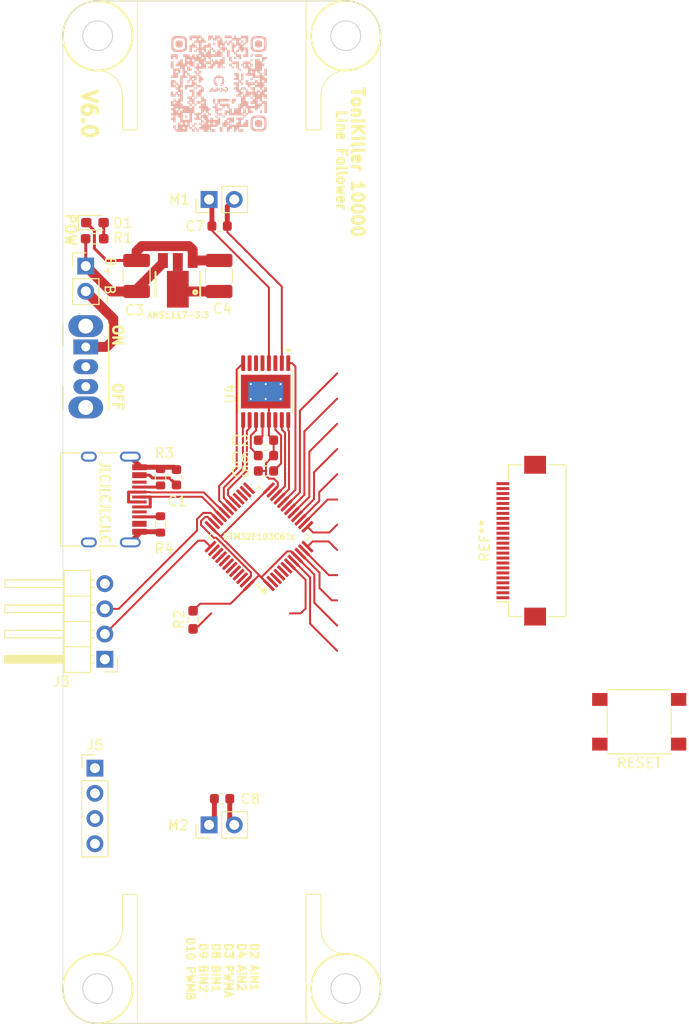
<source format=kicad_pcb>
(kicad_pcb (version 20240108) (generator "pcbnew") (generator_version "8.0")
  (layers (0 "F.Cu" signal) (31 "B.Cu" signal) (34 "B.Paste" user) (35 "F.Paste" user) (36 "B.SilkS" user "B.Silkscreen") (37 "F.SilkS" user "F.Silkscreen") (38 "B.Mask" user) (39 "F.Mask" user) (44 "Edge.Cuts" user))
  (net 0 "")
  (net 1 "+BATT")
  (net 2 "GND")
  (net 3 "+3.3V")
  (net 4 "Net-(J1-Pin_2)")
  (net 5 "Sensor2")
  (net 6 "Sensor3")
  (net 7 "Sensor0")
  (net 8 "Sensor6")
  (net 9 "Sensor5")
  (net 10 "Sensor7")
  (net 11 "Sensor4")
  (net 12 "Sensor1")
  (net 13 "Net-(M1-+)")
  (net 14 "Net-(M1--)")
  (net 15 "Net-(M2-+)")
  (net 16 "Net-(M2--)")
  (net 17 "Net-(D1-A)")
  (net 18 "Net-(U1-NRST)")
  (net 22 "~{STBY}")
  (net 23 "Net-(U4-VINT)")
  (net 25 "AIN2")
  (net 26 "USB_D+")
  (net 27 "Sensor8")
  (net 28 "Sensor9")
  (net 31 "Fault")
  (net 36 "USB_D-")
  (net 39 "SWCLK")
  (net 41 "Net-(U4-VCP)")
  (net 44 "SWDIO")
  (net 45 "BIN2")
  (net 48 "BIN1")
  (net 49 "AIN1")
  (net 51 "KillSW")
  (net 53 "StartSW")
  (net 54 "VBUS")
  (net 55 "Net-(J2-CC1)")
  (net 56 "Net-(J2-CC2)")
  (net 60 "+3V3")
  (net 61 "Net-(SW3-B)")
  (footprint "Capacitor_SMD:C_0603_1608Metric" (layer "F.Cu") (at 109.8 64.675 180)
    (property "Reference" "C7" (at 2.5 -0.015 0) (layer "F.SilkS"))
    (property "Value" "1uF")
    (pad "1" smd roundrect (at -0.775 0 180) (size 0.9 0.95) (layers "F.Cu" "F.Paste" "F.Mask") (net 14 "Net-(M1--)"))
    (pad "2" smd roundrect (at 0.775 0 180) (size 0.9 0.95) (layers "F.Cu" "F.Paste" "F.Mask") (net 13 "Net-(M1-+)"))
  )
  (footprint "Capacitor_SMD:C_0603_1608Metric" (layer "F.Cu") (at 114.475 87.8)
    (property "Reference" "C6" (at -2.575 0.225 0) (layer "F.SilkS"))
    (property "Value" "10nF")
    (pad "1" smd roundrect (at -0.775 0) (size 0.9 0.95) (layers "F.Cu" "F.Paste" "F.Mask") (net 41 "Net-(U4-VCP)"))
    (pad "2" smd roundrect (at 0.775 0) (size 0.9 0.95) (layers "F.Cu" "F.Paste" "F.Mask") (net 2 "GND"))
  )
  (footprint "Connector_PinHeader_2.54mm:PinHeader_1x02_P2.54mm_Vertical" (layer "F.Cu") (at 96.3 68.7)
    (property "Reference" "J1" (hide yes))
    (property "Value" "BAT")
    (pad "1" thru_hole rect (at 0 0) (size 1.7 1.7) (drill 1) (layers "*.Cu" "*.Mask") (net 1 "+BATT"))
    (pad "2" thru_hole oval (at 0 2.54) (size 1.7 1.7) (drill 1) (layers "*.Cu" "*.Mask") (net 4 "Net-(J1-Pin_2)"))
  )
  (footprint "Button_Switch_THT:SW_CuK_OS102011MA1QN1_SPDT_Angled" (layer "F.Cu") (at 96.3 76.85 -90)
    (property "Reference" "SW1" (hide yes))
    (property "Value" "SW_SPDT" (hide yes))
    (pad "" thru_hole oval (at -2.1 0 270) (size 2.2 3.5) (drill 1.5) (layers "*.Cu" "*.Mask"))
    (pad "" thru_hole oval (at 6.1 0 270) (size 2.2 3.5) (drill 1.5) (layers "*.Cu" "*.Mask"))
    (pad "1" thru_hole rect (at 0 0 270) (size 1.5 2.5) (drill 0.9) (layers "*.Cu" "*.Mask") (net 4 "Net-(J1-Pin_2)"))
    (pad "2" thru_hole oval (at 2 0 270) (size 1.5 2.5) (drill 0.9) (layers "*.Cu" "*.Mask") (net 2 "GND"))
    (pad "3" thru_hole oval (at 4 0 270) (size 1.5 2.5) (drill 0.9) (layers "*.Cu" "*.Mask"))
  )
  (footprint "Connector_PinHeader_2.54mm:PinHeader_1x02_P2.54mm_Vertical" (layer "F.Cu") (at 108.7375 61.99 90)
    (property "Reference" "M1" (at 0 -2.9875 180) (layer "F.SilkS"))
    (property "Value" "Motor_DC")
    (pad "1" thru_hole rect (at 0 0 90) (size 1.7 1.7) (drill 1) (layers "*.Cu" "*.Mask") (net 13 "Net-(M1-+)"))
    (pad "2" thru_hole oval (at 0 2.54 90) (size 1.7 1.7) (drill 1) (layers "*.Cu" "*.Mask") (net 14 "Net-(M1--)"))
  )
  (footprint "Resistor_SMD:R_0603_1608Metric_Pad0.98x0.95mm_HandSolder" (layer "F.Cu") (at 97.2 65.95 180)
    (property "Reference" "R1" (at -2.85 0.1 0) (layer "F.SilkS"))
    (property "Value" "1K")
    (pad "1" smd roundrect (at -0.9125 0 180) (size 0.975 0.95) (layers "F.Cu" "F.Paste" "F.Mask") (net 17 "Net-(D1-A)"))
    (pad "2" smd roundrect (at 0.9125 0 180) (size 0.975 0.95) (layers "F.Cu" "F.Paste" "F.Mask") (net 1 "+BATT"))
  )
  (footprint "Resistor_SMD:R_0603_1608Metric_Pad0.98x0.95mm_HandSolder" (layer "F.Cu") (at 107.125 104.35 90)
    (property "Reference" "R2" (at 0.05 -1.4 90) (layer "F.SilkS"))
    (property "Value" "10K")
    (pad "1" smd roundrect (at -0.9125 0 90) (size 0.975 0.95) (layers "F.Cu" "F.Paste" "F.Mask") (net 18 "Net-(U1-NRST)"))
    (pad "2" smd roundrect (at 0.9125 0 90) (size 0.975 0.95) (layers "F.Cu" "F.Paste" "F.Mask") (net 3 "+3.3V"))
  )
  (footprint "Button_Switch_SMD:SW_Push_1P1T_NO_6x6mm_H9.5mm" (layer "F.Cu") (at 152.125 114.625)
    (property "Reference" "SW2" (hide yes))
    (property "Value" "RESET" (at 0 4.15 0) (layer "F.SilkS"))
    (pad "1" smd rect (at -3.975 -2.25) (size 1.55 1.3) (layers "F.Cu" "F.Paste" "F.Mask") (net 18 "Net-(U1-NRST)"))
    (pad "1" smd rect (at 3.975 -2.25) (size 1.55 1.3) (layers "F.Cu" "F.Paste" "F.Mask") (net 18 "Net-(U1-NRST)"))
    (pad "2" smd rect (at -3.975 2.25) (size 1.55 1.3) (layers "F.Cu" "F.Paste" "F.Mask") (net 2 "GND"))
    (pad "2" smd rect (at 3.975 2.25) (size 1.55 1.3) (layers "F.Cu" "F.Paste" "F.Mask") (net 2 "GND"))
  )
  (footprint "Capacitor_SMD:C_0603_1608Metric" (layer "F.Cu") (at 110.05 122.375 180)
    (property "Reference" "C8" (at -2.85 -0.025 0) (layer "F.SilkS"))
    (property "Value" "1uF")
    (pad "1" smd roundrect (at -0.775 0 180) (size 0.9 0.95) (layers "F.Cu" "F.Paste" "F.Mask") (net 16 "Net-(M2--)"))
    (pad "2" smd roundrect (at 0.775 0 180) (size 0.9 0.95) (layers "F.Cu" "F.Paste" "F.Mask") (net 15 "Net-(M2-+)"))
  )
  (footprint "Resistor_SMD:R_0603_1608Metric" (layer "F.Cu") (at 103.845 89.985 90)
    (property "Reference" "R3" (at 2.44 0.39 0) (layer "F.SilkS"))
    (property "Value" "5K1")
    (pad "1" smd roundrect (at -0.825 0 90) (size 0.8 0.95) (layers "F.Cu" "F.Paste" "F.Mask") (net 55 "Net-(J2-CC1)"))
    (pad "2" smd roundrect (at 0.825 0 90) (size 0.8 0.95) (layers "F.Cu" "F.Paste" "F.Mask") (net 2 "GND"))
  )
  (footprint "Capacitor_SMD:C_0603_1608Metric" (layer "F.Cu") (at 114.475 86.25)
    (property "Reference" "C2" (at -2.575 0.075 0) (layer "F.SilkS"))
    (property "Value" "10uF")
    (pad "1" smd roundrect (at -0.775 0) (size 0.9 0.95) (layers "F.Cu" "F.Paste" "F.Mask") (net 1 "+BATT"))
    (pad "2" smd roundrect (at 0.775 0) (size 0.9 0.95) (layers "F.Cu" "F.Paste" "F.Mask") (net 2 "GND"))
  )
  (footprint "Package_QFP:LQFP-48_7x7mm_P0.5mm" (layer "F.Cu") (at 113.772785 95.976949 135)
    (property "Reference" "U1" (hide yes))
    (property "Value" "STM32F103C6Tx" (at 0 0 180) (layer "F.SilkS") (effects (font (size 0.6 0.6) (thickness 0.15) (bold yes))))
    (pad "1" smd roundrect (at -4.1625 -2.75 135) (size 1.475 0.3) (layers "F.Cu" "F.Paste" "F.Mask") (net 3 "+3.3V"))
    (pad "2" smd roundrect (at -4.1625 -2.25 135) (size 1.475 0.3) (layers "F.Cu" "F.Paste" "F.Mask"))
    (pad "3" smd roundrect (at -4.1625 -1.75 135) (size 1.475 0.3) (layers "F.Cu" "F.Paste" "F.Mask"))
    (pad "4" smd roundrect (at -4.1625 -1.249999 135) (size 1.475 0.3) (layers "F.Cu" "F.Paste" "F.Mask"))
    (pad "5" smd roundrect (at -4.1625 -0.75 135) (size 1.475 0.3) (layers "F.Cu" "F.Paste" "F.Mask"))
    (pad "6" smd roundrect (at -4.1625 -0.25 135) (size 1.475 0.3) (layers "F.Cu" "F.Paste" "F.Mask"))
    (pad "7" smd roundrect (at -4.1625 0.25 135) (size 1.475 0.3) (layers "F.Cu" "F.Paste" "F.Mask") (net 18 "Net-(U1-NRST)"))
    (pad "8" smd roundrect (at -4.1625 0.75 135) (size 1.475 0.3) (layers "F.Cu" "F.Paste" "F.Mask") (net 2 "GND"))
    (pad "9" smd roundrect (at -4.1625 1.249999 135) (size 1.475 0.3) (layers "F.Cu" "F.Paste" "F.Mask") (net 3 "+3.3V"))
    (pad "10" smd roundrect (at -4.1625 1.75 135) (size 1.475 0.3) (layers "F.Cu" "F.Paste" "F.Mask") (net 28 "Sensor9"))
    (pad "11" smd roundrect (at -4.1625 2.25 135) (size 1.475 0.3) (layers "F.Cu" "F.Paste" "F.Mask") (net 27 "Sensor8"))
    (pad "12" smd roundrect (at -4.1625 2.75 135) (size 1.475 0.3) (layers "F.Cu" "F.Paste" "F.Mask") (net 10 "Sensor7"))
    (pad "13" smd roundrect (at -2.75 4.1625 135) (size 0.3 1.475) (layers "F.Cu" "F.Paste" "F.Mask") (net 8 "Sensor6"))
    (pad "14" smd roundrect (at -2.25 4.1625 135) (size 0.3 1.475) (layers "F.Cu" "F.Paste" "F.Mask") (net 9 "Sensor5"))
    (pad "15" smd roundrect (at -1.75 4.1625 135) (size 0.3 1.475) (layers "F.Cu" "F.Paste" "F.Mask") (net 11 "Sensor4"))
    (pad "16" smd roundrect (at -1.249999 4.1625 135) (size 0.3 1.475) (layers "F.Cu" "F.Paste" "F.Mask") (net 6 "Sensor3"))
    (pad "17" smd roundrect (at -0.75 4.1625 135) (size 0.3 1.475) (layers "F.Cu" "F.Paste" "F.Mask") (net 5 "Sensor2"))
    (pad "18" smd roundrect (at -0.25 4.1625 135) (size 0.3 1.475) (layers "F.Cu" "F.Paste" "F.Mask") (net 12 "Sensor1"))
    (pad "19" smd roundrect (at 0.25 4.1625 135) (size 0.3 1.475) (layers "F.Cu" "F.Paste" "F.Mask") (net 7 "Sensor0"))
    (pad "20" smd roundrect (at 0.75 4.1625 135) (size 0.3 1.475) (layers "F.Cu" "F.Paste" "F.Mask") (net 22 "~{STBY}"))
    (pad "21" smd roundrect (at 1.249999 4.1625 135) (size 0.3 1.475) (layers "F.Cu" "F.Paste" "F.Mask") (net 49 "AIN1"))
    (pad "22" smd roundrect (at 1.75 4.1625 135) (size 0.3 1.475) (layers "F.Cu" "F.Paste" "F.Mask") (net 25 "AIN2"))
    (pad "23" smd roundrect (at 2.25 4.1625 135) (size 0.3 1.475) (layers "F.Cu" "F.Paste" "F.Mask") (net 2 "GND"))
    (pad "24" smd roundrect (at 2.75 4.1625 135) (size 0.3 1.475) (layers "F.Cu" "F.Paste" "F.Mask") (net 3 "+3.3V"))
    (pad "25" smd roundrect (at 4.1625 2.75 135) (size 1.475 0.3) (layers "F.Cu" "F.Paste" "F.Mask"))
    (pad "26" smd roundrect (at 4.1625 2.25 135) (size 1.475 0.3) (layers "F.Cu" "F.Paste" "F.Mask"))
    (pad "27" smd roundrect (at 4.1625 1.75 135) (size 1.475 0.3) (layers "F.Cu" "F.Paste" "F.Mask"))
    (pad "28" smd roundrect (at 4.1625 1.249999 135) (size 1.475 0.3) (layers "F.Cu" "F.Paste" "F.Mask"))
    (pad "29" smd roundrect (at 4.1625 0.75 135) (size 1.475 0.3) (layers "F.Cu" "F.Paste" "F.Mask") (net 45 "BIN2"))
    (pad "30" smd roundrect (at 4.1625 0.25 135) (size 1.475 0.3) (layers "F.Cu" "F.Paste" "F.Mask") (net 48 "BIN1"))
    (pad "31" smd roundrect (at 4.1625 -0.25 135) (size 1.475 0.3) (layers "F.Cu" "F.Paste" "F.Mask") (net 31 "Fault"))
    (pad "32" smd roundrect (at 4.1625 -0.75 135) (size 1.475 0.3) (layers "F.Cu" "F.Paste" "F.Mask") (net 36 "USB_D-"))
    (pad "33" smd roundrect (at 4.1625 -1.249999 135) (size 1.475 0.3) (layers "F.Cu" "F.Paste" "F.Mask") (net 26 "USB_D+"))
    (pad "34" smd roundrect (at 4.1625 -1.75 135) (size 1.475 0.3) (layers "F.Cu" "F.Paste" "F.Mask") (net 44 "SWDIO"))
    (pad "35" smd roundrect (at 4.1625 -2.25 135) (size 1.475 0.3) (layers "F.Cu" "F.Paste" "F.Mask") (net 2 "GND"))
    (pad "36" smd roundrect (at 4.1625 -2.75 135) (size 1.475 0.3) (layers "F.Cu" "F.Paste" "F.Mask") (net 3 "+3.3V"))
    (pad "37" smd roundrect (at 2.75 -4.1625 135) (size 0.3 1.475) (layers "F.Cu" "F.Paste" "F.Mask") (net 39 "SWCLK"))
    (pad "38" smd roundrect (at 2.25 -4.1625 135) (size 0.3 1.475) (layers "F.Cu" "F.Paste" "F.Mask"))
    (pad "39" smd roundrect (at 1.75 -4.1625 135) (size 0.3 1.475) (layers "F.Cu" "F.Paste" "F.Mask"))
    (pad "40" smd roundrect (at 1.249999 -4.1625 135) (size 0.3 1.475) (layers "F.Cu" "F.Paste" "F.Mask"))
    (pad "41" smd roundrect (at 0.75 -4.1625 135) (size 0.3 1.475) (layers "F.Cu" "F.Paste" "F.Mask"))
    (pad "42" smd roundrect (at 0.25 -4.1625 135) (size 0.3 1.475) (layers "F.Cu" "F.Paste" "F.Mask"))
    (pad "43" smd roundrect (at -0.25 -4.1625 135) (size 0.3 1.475) (layers "F.Cu" "F.Paste" "F.Mask"))
    (pad "44" smd roundrect (at -0.75 -4.1625 135) (size 0.3 1.475) (layers "F.Cu" "F.Paste" "F.Mask") (net 61 "Net-(SW3-B)"))
    (pad "45" smd roundrect (at -1.249999 -4.1625 135) (size 0.3 1.475) (layers "F.Cu" "F.Paste" "F.Mask"))
    (pad "46" smd roundrect (at -1.75 -4.1625 135) (size 0.3 1.475) (layers "F.Cu" "F.Paste" "F.Mask"))
    (pad "47" smd roundrect (at -2.25 -4.1625 135) (size 0.3 1.475) (layers "F.Cu" "F.Paste" "F.Mask") (net 2 "GND"))
    (pad "48" smd roundrect (at -2.75 -4.1625 135) (size 0.3 1.475) (layers "F.Cu" "F.Paste" "F.Mask") (net 3 "+3.3V"))
  )
  (footprint "Capacitor_SMD:C_0603_1608Metric" (layer "F.Cu") (at 105.445 89.985 90)
    (property "Reference" "C1" (at -2.415 0.08 0) (layer "F.SilkS"))
    (property "Value" "10uF")
    (pad "1" smd roundrect (at -0.775 0 90) (size 0.9 0.95) (layers "F.Cu" "F.Paste" "F.Mask") (net 54 "VBUS"))
    (pad "2" smd roundrect (at 0.775 0 90) (size 0.9 0.95) (layers "F.Cu" "F.Paste" "F.Mask") (net 2 "GND"))
  )
  (footprint "78L05:PK(R-PSSO-F3)" (layer "F.Cu") (at 105.585 71.79 180)
    (property "Reference" "U3" (hide yes))
    (property "Value" "AMS1117-3.3" (at -0.015 -1.86 0) (layer "F.SilkS") (effects (font (size 0.6 0.6))))
    (pad "1" smd rect (at -1.5 3.65 180) (size 1 1.5) (layers "F.Cu" "F.Paste" "F.Mask") (net 2 "GND"))
    (pad "2" smd rect (at 0 0.75 180) (size 2.2 3.7) (layers "F.Cu" "F.Paste" "F.Mask") (net 3 "+3.3V"))
    (pad "2" smd rect (at 0 3.5 180) (size 1 1.8) (layers "F.Cu" "F.Paste" "F.Mask") (net 3 "+3.3V"))
    (pad "3" smd rect (at 1.5 3.65 180) (size 1 1.5) (layers "F.Cu" "F.Paste" "F.Mask") (net 1 "+BATT"))
  )
  (footprint "Package_SO:HTSSOP-16-1EP_4.4x5mm_P0.65mm_EP3.4x5mm_Mask2.46x2.31mm_ThermalVias" (layer "F.Cu") (at 114.45 81.35 -90)
    (property "Reference" "U4" (at 0.25 3.55 90) (layer "F.SilkS"))
    (property "Value" "DRV8833PWP")
    (pad "1" smd roundrect (at -2.8625 -2.275 270) (size 1.575 0.4) (layers "F.Cu" "F.Paste" "F.Mask") (net 22 "~{STBY}"))
    (pad "2" smd roundrect (at -2.8625 -1.625 270) (size 1.575 0.4) (layers "F.Cu" "F.Paste" "F.Mask") (net 14 "Net-(M1--)"))
    (pad "3" smd roundrect (at -2.8625 -0.975 270) (size 1.575 0.4) (layers "F.Cu" "F.Paste" "F.Mask"))
    (pad "4" smd roundrect (at -2.8625 -0.325 270) (size 1.575 0.4) (layers "F.Cu" "F.Paste" "F.Mask") (net 13 "Net-(M1-+)"))
    (pad "5" smd roundrect (at -2.8625 0.325 270) (size 1.575 0.4) (layers "F.Cu" "F.Paste" "F.Mask") (net 15 "Net-(M2-+)"))
    (pad "6" smd roundrect (at -2.8625 0.975 270) (size 1.575 0.4) (layers "F.Cu" "F.Paste" "F.Mask"))
    (pad "7" smd roundrect (at -2.8625 1.625 270) (size 1.575 0.4) (layers "F.Cu" "F.Paste" "F.Mask") (net 16 "Net-(M2--)"))
    (pad "8" smd roundrect (at -2.8625 2.275 270) (size 1.575 0.4) (layers "F.Cu" "F.Paste" "F.Mask") (net 31 "Fault"))
    (pad "9" smd roundrect (at 2.8625 2.275 270) (size 1.575 0.4) (layers "F.Cu" "F.Paste" "F.Mask") (net 48 "BIN1"))
    (pad "10" smd roundrect (at 2.8625 1.625 270) (size 1.575 0.4) (layers "F.Cu" "F.Paste" "F.Mask") (net 45 "BIN2"))
    (pad "11" smd roundrect (at 2.8625 0.975 270) (size 1.575 0.4) (layers "F.Cu" "F.Paste" "F.Mask") (net 41 "Net-(U4-VCP)"))
    (pad "12" smd roundrect (at 2.8625 0.325 270) (size 1.575 0.4) (layers "F.Cu" "F.Paste" "F.Mask") (net 1 "+BATT"))
    (pad "13" smd roundrect (at 2.8625 -0.325 270) (size 1.575 0.4) (layers "F.Cu" "F.Paste" "F.Mask") (net 2 "GND"))
    (pad "14" smd roundrect (at 2.8625 -0.975 270) (size 1.575 0.4) (layers "F.Cu" "F.Paste" "F.Mask") (net 23 "Net-(U4-VINT)"))
    (pad "15" smd roundrect (at 2.8625 -1.625 270) (size 1.575 0.4) (layers "F.Cu" "F.Paste" "F.Mask") (net 25 "AIN2"))
    (pad "16" smd roundrect (at 2.8625 -2.275 270) (size 1.575 0.4) (layers "F.Cu" "F.Paste" "F.Mask") (net 49 "AIN1"))
    (pad "17" thru_hole circle (at -0.75 -1.5 270) (size 0.5 0.5) (drill 0.2) (property pad_prop_heatsink) (layers "*.Cu") (net 2 "GND"))
    (pad "17" thru_hole circle (at -0.75 0 270) (size 0.5 0.5) (drill 0.2) (property pad_prop_heatsink) (layers "*.Cu") (net 2 "GND"))
    (pad "17" thru_hole circle (at -0.75 1.5 270) (size 0.5 0.5) (drill 0.2) (property pad_prop_heatsink) (layers "*.Cu") (net 2 "GND"))
    (pad "17" smd rect (at 0 0 270) (size 2 3.5) (property pad_prop_heatsink) (layers "B.Cu") (net 2 "GND"))
    (pad "17" smd rect (at 0 0 270) (size 3.4 5) (property pad_prop_heatsink) (layers "F.Cu") (net 2 "GND"))
    (pad "17" thru_hole circle (at 0.75 -1.5 270) (size 0.5 0.5) (drill 0.2) (property pad_prop_heatsink) (layers "*.Cu") (net 2 "GND"))
    (pad "17" thru_hole circle (at 0.75 0 270) (size 0.5 0.5) (drill 0.2) (property pad_prop_heatsink) (layers "*.Cu") (net 2 "GND"))
    (pad "17" thru_hole circle (at 0.75 1.5 270) (size 0.5 0.5) (drill 0.2) (property pad_prop_heatsink) (layers "*.Cu") (net 2 "GND"))
  )
  (footprint "Capacitor_SMD:C_1210_3225Metric_Pad1.33x2.70mm_HandSolder" (layer "F.Cu") (at 109.745 69.7 90)
    (property "Reference" "C4" (at -3.3 0.355 180) (layer "F.SilkS"))
    (property "Value" "100uF")
    (pad "1" smd roundrect (at -1.5625 0 90) (size 1.325 2.7) (layers "F.Cu" "F.Paste" "F.Mask") (roundrect_rratio 0.188679) (net 3 "+3.3V"))
    (pad "2" smd roundrect (at 1.5625 0 90) (size 1.325 2.7) (layers "F.Cu" "F.Paste" "F.Mask") (roundrect_rratio 0.188679) (net 2 "GND"))
  )
  (footprint "Capacitor_SMD:C_1210_3225Metric_Pad1.33x2.70mm_HandSolder" (layer "F.Cu") (at 101.425 69.7 90)
    (property "Reference" "C3" (at -3.45 -0.2 180) (layer "F.SilkS"))
    (property "Value" "100uF")
    (pad "1" smd roundrect (at -1.5625 0 90) (size 1.325 2.7) (layers "F.Cu" "F.Paste" "F.Mask") (roundrect_rratio 0.188679) (net 1 "+BATT"))
    (pad "2" smd roundrect (at 1.5625 0 90) (size 1.325 2.7) (layers "F.Cu" "F.Paste" "F.Mask") (roundrect_rratio 0.188679) (net 2 "GND"))
  )
  (footprint "Connector_PinHeader_2.54mm:PinHeader_1x04_P2.54mm_Horizontal" (layer "F.Cu") (at 98.225 108.325 180)
    (property "Reference" "J3" (at 4.385 -2.27 0) (layer "F.SilkS"))
    (property "Value" "Debug")
    (pad "1" thru_hole rect (at 0 0 180) (size 1.7 1.7) (drill 1) (layers "*.Cu" "*.Mask") (net 2 "GND"))
    (pad "2" thru_hole oval (at 0 2.54 180) (size 1.7 1.7) (drill 1) (layers "*.Cu" "*.Mask") (net 39 "SWCLK"))
    (pad "3" thru_hole oval (at 0 5.08 180) (size 1.7 1.7) (drill 1) (layers "*.Cu" "*.Mask") (net 44 "SWDIO"))
    (pad "4" thru_hole oval (at 0 7.62 180) (size 1.7 1.7) (drill 1) (layers "*.Cu" "*.Mask") (net 60 "+3V3"))
  )
  (footprint "Resistor_SMD:R_0603_1608Metric" (layer "F.Cu") (at 103.835 94.735 -90)
    (property "Reference" "R4" (at 2.44 -0.365 0) (layer "F.SilkS"))
    (property "Value" "5K1")
    (pad "1" smd roundrect (at -0.825 0 270) (size 0.8 0.95) (layers "F.Cu" "F.Paste" "F.Mask") (net 56 "Net-(J2-CC2)"))
    (pad "2" smd roundrect (at 0.825 0 270) (size 0.8 0.95) (layers "F.Cu" "F.Paste" "F.Mask") (net 2 "GND"))
  )
  (footprint "LED_SMD:LED_0603_1608Metric_Pad1.05x0.95mm_HandSolder" (layer "F.Cu") (at 97.225 64.325)
    (property "Reference" "D1" (at 2.8 0.025 0) (layer "F.SilkS"))
    (property "Value" "POW")
    (pad "1" smd roundrect (at -0.875 0) (size 1.05 0.95) (layers "F.Cu" "F.Paste" "F.Mask") (net 2 "GND"))
    (pad "2" smd roundrect (at 0.875 0) (size 1.05 0.95) (layers "F.Cu" "F.Paste" "F.Mask") (net 17 "Net-(D1-A)"))
  )
  (footprint "Connector_USB:USB_C_Receptacle_HRO_TYPE-C-31-M-12" (layer "F.Cu") (at 97.665 92.225 -90)
    (property "Reference" "J2" (hide yes))
    (property "Value" "USB_C_USB2.0")
    (pad "" np_thru_hole circle (at -2.89 -2.6 270) (size 0.65 0.65) (drill 0.65) (layers "F&B.Cu" "*.Mask"))
    (pad "" np_thru_hole circle (at 2.89 -2.6 270) (size 0.65 0.65) (drill 0.65) (layers "F&B.Cu" "*.Mask"))
    (pad "A1" smd rect (at -3.25 -4.045 270) (size 0.6 1.45) (layers "F.Cu" "F.Paste" "F.Mask") (net 2 "GND"))
    (pad "A4" smd rect (at -2.45 -4.045 270) (size 0.6 1.45) (layers "F.Cu" "F.Paste" "F.Mask") (net 54 "VBUS"))
    (pad "A5" smd rect (at -1.25 -4.045 270) (size 0.3 1.45) (layers "F.Cu" "F.Paste" "F.Mask") (net 55 "Net-(J2-CC1)"))
    (pad "A6" smd rect (at -0.25 -4.045 270) (size 0.3 1.45) (layers "F.Cu" "F.Paste" "F.Mask") (net 26 "USB_D+"))
    (pad "A7" smd rect (at 0.25 -4.045 270) (size 0.3 1.45) (layers "F.Cu" "F.Paste" "F.Mask") (net 36 "USB_D-"))
    (pad "A8" smd rect (at 1.25 -4.045 270) (size 0.3 1.45) (layers "F.Cu" "F.Paste" "F.Mask"))
    (pad "B1" smd rect (at 3.25 -4.045 270) (size 0.6 1.45) (layers "F.Cu" "F.Paste" "F.Mask") (net 2 "GND"))
    (pad "B4" smd rect (at 2.45 -4.045 270) (size 0.6 1.45) (layers "F.Cu" "F.Paste" "F.Mask"))
    (pad "B5" smd rect (at 1.75 -4.045 270) (size 0.3 1.45) (layers "F.Cu" "F.Paste" "F.Mask") (net 56 "Net-(J2-CC2)"))
    (pad "B6" smd rect (at 0.75 -4.045 270) (size 0.3 1.45) (layers "F.Cu" "F.Paste" "F.Mask") (net 26 "USB_D+"))
    (pad "B7" smd rect (at -0.75 -4.045 270) (size 0.3 1.45) (layers "F.Cu" "F.Paste" "F.Mask") (net 36 "USB_D-"))
    (pad "B8" smd rect (at -1.75 -4.045 270) (size 0.3 1.45) (layers "F.Cu" "F.Paste" "F.Mask"))
    (pad "S1" thru_hole oval (at -4.32 -3.13 270) (size 1 2.1) (drill oval 0.6 1.7) (layers "*.Cu" "*.Mask") (net 2 "GND"))
    (pad "S1" thru_hole oval (at -4.32 1.05 270) (size 1 1.6) (drill oval 0.6 1.2) (layers "*.Cu" "*.Mask") (net 2 "GND"))
    (pad "S1" thru_hole oval (at 4.32 -3.13 270) (size 1 2.1) (drill oval 0.6 1.7) (layers "*.Cu" "*.Mask") (net 2 "GND"))
    (pad "S1" thru_hole oval (at 4.32 1.05 270) (size 1 1.6) (drill oval 0.6 1.2) (layers "*.Cu" "*.Mask") (net 2 "GND"))
  )
  (footprint "Connector_FFC-FPC:Hirose_FH12-24S-0.5SH_1x24-1MP_P0.50mm_Horizontal" (layer "F.Cu") (at 140.225 96.375 90)
    (property "Reference" "REF**" (at 0 -3.7 90) (layer "F.SilkS"))
    (property "Value" "Hirose_FH12-24S-0.5SH_1x24-1MP_P0.50mm_Horizontal")
    (pad "1" smd rect (at -5.75 -1.85 90) (size 0.3 1.3) (layers "F.Cu" "F.Paste" "F.Mask"))
    (pad "2" smd rect (at -5.25 -1.85 90) (size 0.3 1.3) (layers "F.Cu" "F.Paste" "F.Mask"))
    (pad "3" smd rect (at -4.75 -1.85 90) (size 0.3 1.3) (layers "F.Cu" "F.Paste" "F.Mask"))
    (pad "4" smd rect (at -4.25 -1.85 90) (size 0.3 1.3) (layers "F.Cu" "F.Paste" "F.Mask"))
    (pad "5" smd rect (at -3.75 -1.85 90) (size 0.3 1.3) (layers "F.Cu" "F.Paste" "F.Mask"))
    (pad "6" smd rect (at -3.25 -1.85 90) (size 0.3 1.3) (layers "F.Cu" "F.Paste" "F.Mask"))
    (pad "7" smd rect (at -2.75 -1.85 90) (size 0.3 1.3) (layers "F.Cu" "F.Paste" "F.Mask"))
    (pad "8" smd rect (at -2.25 -1.85 90) (size 0.3 1.3) (layers "F.Cu" "F.Paste" "F.Mask"))
    (pad "9" smd rect (at -1.75 -1.85 90) (size 0.3 1.3) (layers "F.Cu" "F.Paste" "F.Mask"))
    (pad "10" smd rect (at -1.25 -1.85 90) (size 0.3 1.3) (layers "F.Cu" "F.Paste" "F.Mask"))
    (pad "11" smd rect (at -0.75 -1.85 90) (size 0.3 1.3) (layers "F.Cu" "F.Paste" "F.Mask"))
    (pad "12" smd rect (at -0.25 -1.85 90) (size 0.3 1.3) (layers "F.Cu" "F.Paste" "F.Mask"))
    (pad "13" smd rect (at 0.25 -1.85 90) (size 0.3 1.3) (layers "F.Cu" "F.Paste" "F.Mask"))
    (pad "14" smd rect (at 0.75 -1.85 90) (size 0.3 1.3) (layers "F.Cu" "F.Paste" "F.Mask"))
    (pad "15" smd rect (at 1.25 -1.85 90) (size 0.3 1.3) (layers "F.Cu" "F.Paste" "F.Mask"))
    (pad "16" smd rect (at 1.75 -1.85 90) (size 0.3 1.3) (layers "F.Cu" "F.Paste" "F.Mask"))
    (pad "17" smd rect (at 2.25 -1.85 90) (size 0.3 1.3) (layers "F.Cu" "F.Paste" "F.Mask"))
    (pad "18" smd rect (at 2.75 -1.85 90) (size 0.3 1.3) (layers "F.Cu" "F.Paste" "F.Mask"))
    (pad "19" smd rect (at 3.25 -1.85 90) (size 0.3 1.3) (layers "F.Cu" "F.Paste" "F.Mask"))
    (pad "20" smd rect (at 3.75 -1.85 90) (size 0.3 1.3) (layers "F.Cu" "F.Paste" "F.Mask"))
    (pad "21" smd rect (at 4.25 -1.85 90) (size 0.3 1.3) (layers "F.Cu" "F.Paste" "F.Mask"))
    (pad "22" smd rect (at 4.75 -1.85 90) (size 0.3 1.3) (layers "F.Cu" "F.Paste" "F.Mask"))
    (pad "23" smd rect (at 5.25 -1.85 90) (size 0.3 1.3) (layers "F.Cu" "F.Paste" "F.Mask"))
    (pad "24" smd rect (at 5.75 -1.85 90) (size 0.3 1.3) (layers "F.Cu" "F.Paste" "F.Mask"))
    (pad "MP" smd rect (at -7.65 1.4 90) (size 1.8 2.2) (layers "F.Cu" "F.Paste" "F.Mask"))
    (pad "MP" smd rect (at 7.65 1.4 90) (size 1.8 2.2) (layers "F.Cu" "F.Paste" "F.Mask"))
  )
  (footprint "Capacitor_SMD:C_0603_1608Metric" (layer "F.Cu") (at 114.475 89.35)
    (property "Reference" "C5" (at -2.55 0.075 0) (layer "F.SilkS"))
    (property "Value" "10uF")
    (pad "1" smd roundrect (at -0.775 0) (size 0.9 0.95) (layers "F.Cu" "F.Paste" "F.Mask") (net 2 "GND"))
    (pad "2" smd roundrect (at 0.775 0) (size 0.9 0.95) (layers "F.Cu" "F.Paste" "F.Mask") (net 23 "Net-(U4-VINT)"))
  )
  (footprint "Connector_PinHeader_2.54mm:PinHeader_1x02_P2.54mm_Vertical" (layer "F.Cu") (at 108.7375 125.015 90)
    (property "Reference" "M2" (at -0.035 -3.1125 180) (layer "F.SilkS"))
    (property "Value" "Motor_DC")
    (pad "1" thru_hole rect (at 0 0 90) (size 1.7 1.7) (drill 1) (layers "*.Cu" "*.Mask") (net 15 "Net-(M2-+)"))
    (pad "2" thru_hole oval (at 0 2.54 90) (size 1.7 1.7) (drill 1) (layers "*.Cu" "*.Mask") (net 16 "Net-(M2--)"))
  )
  (footprint "Connector_PinHeader_2.54mm:PinHeader_1x04_P2.54mm_Vertical" (layer "F.Cu") (at 97.225 119.295)
    (property "Reference" "J5" (at 0 -2.33 0) (layer "F.SilkS"))
    (property "Value" "Switch Remote")
    (pad "1" thru_hole rect (at 0 0) (size 1.7 1.7) (drill 1) (layers "*.Cu" "*.Mask") (net 51 "KillSW"))
    (pad "2" thru_hole oval (at 0 2.54) (size 1.7 1.7) (drill 1) (layers "*.Cu" "*.Mask") (net 53 "StartSW"))
    (pad "3" thru_hole oval (at 0 5.08) (size 1.7 1.7) (drill 1) (layers "*.Cu" "*.Mask") (net 2 "GND"))
    (pad "4" thru_hole oval (at 0 7.62) (size 1.7 1.7) (drill 1) (layers "*.Cu" "*.Mask") (net 3 "+3.3V"))
  )
  (footprint "LOGO" (layer "B.Cu") (at 109.630646 50.192905 180)
    (property "Reference" "G***" (hide yes))
    (property "Value" "LOGO" (hide yes))
  )
  (gr_arc (start 120.025 51.49) (mid 120.757233 49.722233) (end 122.525 48.99) (stroke (width 0.1)) (layer "F.SilkS"))
  (gr_arc (start 97.5 48.99) (mid 99.267767 49.722233) (end 100 51.49) (stroke (width 0.1)) (layer "F.SilkS"))
  (gr_line (start 97.5 41.99) (end 122.525 41.99) (stroke (width 0.1)) (layer "F.SilkS"))
  (gr_circle (center 97.5 45.49) (end 101 45.49) (stroke (width 0.2)) (fill none) (layer "F.SilkS"))
  (gr_line (start 100 54.99) (end 101.5 54.99) (stroke (width 0.1)) (layer "F.SilkS"))
  (gr_circle (center 97.5 141.515) (end 94 141.515) (stroke (width 0.2)) (fill none) (layer "F.SilkS"))
  (gr_line (start 120.025 51.49) (end 120.025 54.99) (stroke (width 0.1)) (layer "F.SilkS"))
  (gr_line (start 118.525 54.99) (end 120.025 54.99) (stroke (width 0.1)) (layer "F.SilkS"))
  (gr_line (start 101.5 132.015) (end 101.5 145.015) (stroke (width 0.1)) (layer "F.SilkS"))
  (gr_circle (center 122.525 141.515) (end 119.025 141.515) (stroke (width 0.2)) (fill none) (layer "F.SilkS"))
  (gr_line (start 120.025 132.015) (end 118.525 132.015) (stroke (width 0.1)) (layer "F.SilkS"))
  (gr_arc (start 100 135.515) (mid 99.267767 137.282767) (end 97.5 138.015) (stroke (width 0.1)) (layer "F.SilkS"))
  (gr_line (start 100 135.515) (end 100 132.015) (stroke (width 0.1)) (layer "F.SilkS"))
  (gr_line (start 101.5 54.99) (end 101.5 41.99) (stroke (width 0.1)) (layer "F.SilkS"))
  (gr_line (start 118.525 132.015) (end 118.525 145.015) (stroke (width 0.1)) (layer "F.SilkS"))
  (gr_line (start 120.025 135.515) (end 120.025 132.015) (stroke (width 0.1)) (layer "F.SilkS"))
  (gr_line (start 100 51.49) (end 100 54.99) (stroke (width 0.1)) (layer "F.SilkS"))
  (gr_line (start 122.525 145.015) (end 97.5 145.015) (stroke (width 0.1)) (layer "F.SilkS"))
  (gr_line (start 118.525 54.99) (end 118.525 41.99) (stroke (width 0.1)) (layer "F.SilkS"))
  (gr_arc (start 122.525 138.015) (mid 120.757233 137.282767) (end 120.025 135.515) (stroke (width 0.1)) (layer "F.SilkS"))
  (gr_line (start 101.5 132.015) (end 100 132.015) (stroke (width 0.1)) (layer "F.SilkS"))
  (gr_circle (center 122.525 45.49) (end 126.025 45.49) (stroke (width 0.2)) (fill none) (layer "F.SilkS"))
  (gr_line (start 126.025 45.49) (end 126.025 141.515) (stroke (width 0.05)) (layer "Edge.Cuts"))
  (gr_arc (start 122.525 41.99) (mid 124.999874 43.015126) (end 126.025 45.49) (stroke (width 0.1)) (layer "Edge.Cuts"))
  (gr_arc (start 94 45.49) (mid 95.025126 43.015126) (end 97.5 41.99) (stroke (width 0.1)) (layer "Edge.Cuts"))
  (gr_arc (start 126.025 141.515) (mid 124.999874 143.989874) (end 122.525 145.015) (stroke (width 0.1)) (layer "Edge.Cuts"))
  (gr_circle (center 97.5 45.49) (end 99 45.49) (stroke (width 0.1)) (fill none) (layer "Edge.Cuts"))
  (gr_line (start 94 45.49) (end 94 141.515) (stroke (width 0.05)) (layer "Edge.Cuts"))
  (gr_circle (center 122.525 45.49) (end 124.025 45.49) (stroke (width 0.1)) (fill none) (layer "Edge.Cuts"))
  (gr_arc (start 97.5 145.015) (mid 95.025126 143.989874) (end 94 141.515) (stroke (width 0.1)) (layer "Edge.Cuts"))
  (gr_line (start 97.5 145.015) (end 122.525 145.015) (stroke (width 0.05)) (layer "Edge.Cuts"))
  (gr_line (start 122.525 41.99) (end 97.5 41.99) (stroke (width 0.05)) (layer "Edge.Cuts"))
  (gr_circle (center 97.5 141.515) (end 96 141.515) (stroke (width 0.1)) (fill none) (layer "Edge.Cuts"))
  (gr_circle (center 122.525 141.515) (end 121.025 141.515) (stroke (width 0.1)) (fill none) (layer "Edge.Cuts"))
  (gr_text "V6.0" (at 96.65 53.39 -90) (layer "F.SilkS") (effects (font (size 1.5 1.5) (thickness 0.375))))
  (gr_text "ON" (at 99.525 75.675 -90) (layer "F.SilkS") (effects (font (size 1 1) (thickness 0.25))))
  (gr_text "ToniKiller 10000\n" (at 123.725 58.24 -90) (layer "F.SilkS") (effects (font (size 1.2 1.2) (thickness 0.3))))
  (gr_text "B_{+}" (at 98.775 68.75 -90) (layer "F.SilkS") (effects (font (size 1 1))))
  (gr_text "POW" (at 94.775 65.05 -90) (layer "F.SilkS") (effects (font (size 1 1) (thickness 0.25))))
  (gr_text " JLCJLCJLCJLC" (at 98.225 92.225 -90) (layer "F.SilkS") (effects (font (size 1 0.8) (thickness 0.2))))
  (gr_text "Line Follower" (at 122.1 58.015 -90) (layer "F.SilkS") (effects (font (size 1 1) (thickness 0.25))))
  (gr_text "OFF\n" (at 99.525 81.875 -90) (layer "F.SilkS") (effects (font (size 1 1) (thickness 0.25))))
  (gr_text "B_{-}" (at 98.725 71.575 -90) (layer "F.SilkS") (effects (font (size 1 1))))
  (gr_text " D2 AIN1\n D4 AIN2\n D3 PWMA\n D8 BIN1\n D9 BIN2\nD10 PWMB" (at 110.075 136.2 -90) (layer "F.SilkS") (effects (font (size 0.8 0.8) (thickness 0.2)) (justify left)))
  (segment (start 114.125 85.825) (end 114.125 84.2125) (width 0.2) (layer "F.Cu") (net 1))
  (segment (start 96.3 68.7) (end 98.8625 71.2625) (width 1) (layer "F.Cu") (net 1))
  (segment (start 96.3 65.9625) (end 96.2875 65.95) (width 0.3) (layer "F.Cu") (net 1))
  (segment (start 113.7 86.25) (end 114.125 85.825) (width 0.2) (layer "F.Cu") (net 1))
  (segment (start 104.085 68.39) (end 101.425 71.05) (width 1) (layer "F.Cu") (net 1))
  (segment (start 104.085 68.14) (end 104.085 68.39) (width 1) (layer "F.Cu") (net 1))
  (segment (start 96.3 68.7) (end 96.3 65.9625) (width 0.3) (layer "F.Cu") (net 1))
  (segment (start 98.8625 71.2625) (end 101.425 71.2625) (width 1) (layer "F.Cu") (net 1))
  (segment (start 117.246447 98.389951) (end 118.925 100.068504) (width 0.2) (layer "F.Cu") (net 2))
  (segment (start 114.475 89.35) (end 114.475 88.55) (width 0.2) (layer "F.Cu") (net 2))
  (segment (start 101.71 95.475) (end 103.75 95.475) (width 0.5) (layer "F.Cu") (net 2))
  (segment (start 109.238463 94.624607) (end 108.588856 93.975) (width 0.2) (layer "F.Cu") (net 2))
  (segment (start 113.7 89.35) (end 114.5 89.35) (width 0.2) (layer "F.Cu") (net 2))
  (segment (start 102.775 88.975) (end 105.21 88.975) (width 0.5) (layer "F.Cu") (net 2))
  (segment (start 107.925 94.8) (end 109.202776 96.077776) (width 0.2) (layer "F.Cu") (net 2))
  (segment (start 105.21 88.975) (end 105.445 89.21) (width 0.5) (layer "F.Cu") (net 2))
  (segment (start 97.175 66.925) (end 98.3875 68.1375) (width 0.3) (layer "F.Cu") (net 2))
  (segment (start 101.71 88.82) (end 100.795 87.905) (width 0.5) (layer "F.Cu") (net 2))
  (segment (start 118.925 104.7425) (end 121.65 107.4675) (width 0.2) (layer "F.Cu") (net 2))
  (segment (start 114.775 90.125) (end 114.475 89.825) (width 0.2) (layer "F.Cu") (net 2))
  (segment (start 98.3875 68.1375) (end 101.425 68.1375) (width 0.3) (layer "F.Cu") (net 2))
  (segment (start 103.75 95.475) (end 103.835 95.56) (width 0.5) (layer "F.Cu") (net 2))
  (segment (start 108.35 93.975) (end 107.925 94.4) (width 0.2) (layer "F.Cu") (net 2))
  (segment (start 96.35 64.325) (end 97.175 65.15) (width 0.3) (layer "F.Cu") (net 2))
  (segment (start 97.175 65.15) (end 97.175 66.925) (width 0.3) (layer "F.Cu") (net 2))
  (segment (start 115.25 86.25) (end 115.25 87.8) (width 0.2) (layer "F.Cu") (net 2))
  (segment (start 114.5 88.55) (end 115.25 87.8) (width 0.2) (layer "F.Cu") (net 2))
  (segment (start 114.475 89.825) (end 114.475 89.35) (width 0.2) (layer "F.Cu") (net 2))
  (segment (start 102.775 88.975) (end 103.66 88.975) (width 0.5) (layer "F.Cu") (net 2))
  (segment (start 101.425 67.2) (end 101.935 66.69) (width 1) (layer "F.Cu") (net 2))
  (segment (start 114.775 85.775) (end 115.25 86.25) (width 0.2) (layer "F.Cu") (net 2))
  (segment (start 107.085 68.14) (end 109.7425 68.14) (width 1) (layer "F.Cu") (net 2))
  (segment (start 115.669534 90.519786) (end 115.274748 90.125) (width 0.2) (layer "F.Cu") (net 2))
  (segment (start 101.71 95.475) (end 101.71 95.63) (width 0.5) (layer "F.Cu") (net 2))
  (segment (start 115.274748 90.125) (end 114.775 90.125) (width 0.2) (layer "F.Cu") (net 2))
  (segment (start 112.964851 99.966863) (end 112.420443 100.511271) (width 0.2) (layer "F.Cu") (net 2))
  (segment (start 101.71 95.63) (end 100.795 96.545) (width 0.5) (layer "F.Cu") (net 2))
  (segment (start 114.775 84.2125) (end 114.775 85.775) (width 0.2) (layer "F.Cu") (net 2))
  (segment (start 115.125127 91.442627) (end 115.669534 90.89822) (width 0.2) (layer "F.Cu") (net 2))
  (segment (start 103.66 88.975) (end 103.845 89.16) (width 0.5) (layer "F.Cu") (net 2))
  (segment (start 109.454196 96.077776) (end 112.964851 99.588431) (width 0.2) (layer "F.Cu") (net 2))
  (segment (start 118.925 100.068504) (end 118.925 104.7425) (width 0.2) (layer "F.Cu") (net 2))
  (segment (start 101.71 88.975) (end 101.71 88.82) (width 0.5) (layer "F.Cu") (net 2))
  (segment (start 115.669534 90.89822) (end 115.669534 90.519786) (width 0.2) (layer "F.Cu") (net 2))
  (segment (start 109.7425 68.14) (end 109.745 68.1375) (width 1) (layer "F.Cu") (net 2))
  (segment (start 107.925 94.4) (end 107.925 94.8) (width 0.2) (layer "F.Cu") (net 2))
  (segment (start 112.964851 99.588431) (end 112.964851 99.966863) (width 0.2) (layer "F.Cu") (net 2))
  (segment (start 101.935 66.69) (end 106.705 66.69) (width 1) (layer "F.Cu") (net 2))
  (segment (start 108.588856 93.975) (end 108.35 93.975) (width 0.2) (layer "F.Cu") (net 2))
  (segment (start 114.775 84.2125) (end 114.775 81.675) (width 0.2) (layer "F.Cu") (net 2))
  (segment (start 101.71 88.975) (end 102.775 88.975) (width 0.5) (layer "F.Cu") (net 2))
  (segment (start 109.202776 96.077776) (end 109.454196 96.077776) (width 0.2) (layer "F.Cu") (net 2))
  (segment (start 107.085 67.07) (end 107.085 68.14) (width 1) (layer "F.Cu") (net 2))
  (segment (start 106.705 66.69) (end 107.085 67.07) (width 1) (layer "F.Cu") (net 2))
  (segment (start 101.425 68.1375) (end 101.425 67.2) (width 1) (layer "F.Cu") (net 2))
  (segment (start 114.475 88.55) (end 114.5 88.55) (width 0.2) (layer "F.Cu") (net 2))
  (segment (start 114.04415 100.125) (end 114.04415 100.03085) (width 0.2) (layer "F.Cu") (net 3))
  (segment (start 117.6 98.036398) (end 119.35 99.786398) (width 0.2) (layer "F.Cu") (net 3))
  (segment (start 114.04415 100.137402) (end 114.04415 100.125) (width 0.2) (layer "F.Cu") (net 3))
  (segment (start 112.773997 100.864825) (end 113.778986 99.859836) (width 0.2) (layer "F.Cu") (net 3))
  (segment (start 108.884909 94.978161) (end 108.920267 94.978161) (width 0.2) (layer "F.Cu") (net 3))
  (segment (start 116.625 97.45) (end 117.013602 97.45) (width 0.2) (layer "F.Cu") (net 3))
  (segment (start 109.901376 95.95927) (end 109.619882 95.677776) (width 0.2) (layer "F.Cu") (net 3))
  (segment (start 107.125 103.4375) (end 107.8375 102.725) (width 0.2) (layer "F.Cu") (net 3))
  (segment (start 110.913822 102.725) (end 112.773997 100.864825) (width 0.2) (layer "F.Cu") (net 3))
  (segment (start 119.35 99.786398) (end 119.35 102.6275) (width 0.2) (layer "F.Cu") (net 3))
  (segment (start 117.013602 97.45) (end 117.6 98.036398) (width 0.2) (layer "F.Cu") (net 3))
  (segment (start 108.920267 94.978161) (end 114.771573 100.829467) (width 0.2) (layer "F.Cu") (net 3))
  (segment (start 114.771573 91.089073) (end 109.901376 95.95927) (width 0.2) (layer "F.Cu") (net 3))
  (segment (start 114.771573 100.864825) (end 114.04415 100.137402) (width 0.2) (layer "F.Cu") (net 3))
  (segment (start 109.619882 95.677776) (end 109.584524 95.677776) (width 0.2) (layer "F.Cu") (net 3))
  (segment (start 119.35 102.6275) (end 121.65 104.9275) (width 0.2) (layer "F.Cu") (net 3))
  (segment (start 114.771573 100.829467) (end 114.771573 100.864825) (width 0.2) (layer "F.Cu") (net 3))
  (segment (start 109.745 71.2625) (end 105.8075 71.2625) (width 1) (layer "F.Cu") (net 3))
  (segment (start 113.778986 99.859836) (end 114.04415 100.125) (width 0.2) (layer "F.Cu") (net 3))
  (segment (start 107.8375 102.725) (end 110.913822 102.725) (width 0.2) (layer "F.Cu") (net 3))
  (segment (start 109.584524 95.677776) (end 108.884909 94.978161) (width 0.2) (layer "F.Cu") (net 3))
  (segment (start 114.04415 100.03085) (end 116.625 97.45) (width 0.2) (layer "F.Cu") (net 3))
  (segment (start 96.3 71.24) (end 96.315 71.24) (width 1) (layer "F.Cu") (net 4))
  (segment (start 99.075 76.175) (end 98.4 76.85) (width 1) (layer "F.Cu") (net 4))
  (segment (start 98.4 76.85) (end 96.3 76.85) (width 1) (layer "F.Cu") (net 4))
  (segment (start 96.315 71.24) (end 99.075 74) (width 1) (layer "F.Cu") (net 4))
  (segment (start 99.075 74) (end 99.075 76.175) (width 1) (layer "F.Cu") (net 4))
  (segment (start 117.246447 93.563947) (end 118.85 91.960394) (width 0.2) (layer "F.Cu") (net 5))
  (segment (start 118.85 91.960394) (end 118.85 87.4075) (width 0.2) (layer "F.Cu") (net 5))
  (segment (start 118.85 87.4075) (end 121.65 84.6075) (width 0.2) (layer "F.Cu") (net 5))
  (segment (start 117.6 93.9175) (end 119.325 92.1925) (width 0.2) (layer "F.Cu") (net 6))
  (segment (start 119.325 92.1925) (end 119.325 89.4725) (width 0.2) (layer "F.Cu") (net 6))
  (segment (start 119.325 89.4725) (end 121.65 87.1475) (width 0.2) (layer "F.Cu") (net 6))
  (segment (start 117.9 83.2775) (end 121.65 79.5275) (width 0.2) (layer "F.Cu") (net 7))
  (segment (start 116.53934 92.85684) (end 117.9 91.49618) (width 0.2) (layer "F.Cu") (net 7))
  (segment (start 117.9 91.49618) (end 117.9 83.2775) (width 0.2) (layer "F.Cu") (net 7))
  (segment (start 120.8675 95.55) (end 121.65 94.7675) (width 0.2) (layer "F.Cu") (net 8))
  (segment (start 119.2325 95.55) (end 120.8675 95.55) (width 0.2) (layer "F.Cu") (net 8))
  (segment (start 118.660661 94.978161) (end 119.2325 95.55) (width 0.2) (layer "F.Cu") (net 8))
  (segment (start 118.307107 94.624607) (end 120.704214 92.2275) (width 0.2) (layer "F.Cu") (net 9))
  (segment (start 120.704214 92.2275) (end 121.65 92.2275) (width 0.2) (layer "F.Cu") (net 9))
  (segment (start 119.186398 96.45) (end 120.7925 96.45) (width 0.2) (layer "F.Cu") (net 10))
  (segment (start 120.7925 96.45) (end 121.65 97.3075) (width 0.2) (layer "F.Cu") (net 10))
  (segment (start 118.660661 96.975737) (end 119.186398 96.45) (width 0.2) (layer "F.Cu") (net 10))
  (segment (start 119.85 91.4875) (end 121.65 89.6875) (width 0.2) (layer "F.Cu") (net 11))
  (segment (start 117.953554 94.271054) (end 119.85 92.374608) (width 0.2) (layer "F.Cu") (net 11))
  (segment (start 119.85 92.374608) (end 119.85 91.4875) (width 0.2) (layer "F.Cu") (net 11))
  (segment (start 116.892894 93.210394) (end 118.35 91.753288) (width 0.2) (layer "F.Cu") (net 12))
  (segment (start 118.35 91.753288) (end 118.35 85.3675) (width 0.2) (layer "F.Cu") (net 12))
  (segment (start 118.35 85.3675) (end 121.65 82.0675) (width 0.2) (layer "F.Cu") (net 12))
  (segment (start 109.025 62.2775) (end 108.7375 61.99) (width 0.5) (layer "F.Cu") (net 13))
  (segment (start 114.775 70.870256) (end 109.025 65.120256) (width 0.2) (layer "F.Cu") (net 13))
  (segment (start 109.025 65.120256) (end 109.025 64.675) (width 0.2) (layer "F.Cu") (net 13))
  (segment (start 109.025 64.675) (end 109.025 62.2775) (width 0.5) (layer "F.Cu") (net 13))
  (segment (start 114.775 78.4875) (end 114.775 70.870256) (width 0.2) (layer "F.Cu") (net 13))
  (segment (start 110.575 65.275) (end 110.575 64.675) (width 0.2) (layer "F.Cu") (net 14))
  (segment (start 110.575 62.6925) (end 111.2775 61.99) (width 0.5) (layer "F.Cu") (net 14))
  (segment (start 116.075 70.775) (end 110.575 65.275) (width 0.2) (layer "F.Cu") (net 14))
  (segment (start 110.575 64.675) (end 110.575 62.6925) (width 0.5) (layer "F.Cu") (net 14))
  (segment (start 116.075 78.4875) (end 116.075 70.775) (width 0.2) (layer "F.Cu") (net 14))
  (segment (start 109.275 122.375) (end 109.275 124.4775) (width 0.5) (layer "F.Cu") (net 15))
  (segment (start 109.275 124.4775) (end 108.7375 125.015) (width 0.5) (layer "F.Cu") (net 15))
  (segment (start 110.825 122.375) (end 110.825 124.5625) (width 0.5) (layer "F.Cu") (net 16))
  (segment (start 110.825 124.5625) (end 111.2775 125.015) (width 0.5) (layer "F.Cu") (net 16))
  (segment (start 98.1125 65.95) (end 98.1125 64.3375) (width 0.3) (layer "F.Cu") (net 17))
  (segment (start 98.1125 64.3375) (end 98.1 64.325) (width 0.3) (layer "F.Cu") (net 17))
  (segment (start 118.475 100.32561) (end 118.475 103.2) (width 0.2) (layer "F.Cu") (net 18))
  (segment (start 117.975 103.7) (end 116.9 103.7) (width 0.2) (layer "F.Cu") (net 18))
  (segment (start 107.125 105.2625) (end 107.3875 105.2625) (width 0.2) (layer "F.Cu") (net 18))
  (segment (start 107.3875 105.2625) (end 108.95 103.7) (width 0.2) (layer "F.Cu") (net 18))
  (segment (start 118.475 103.2) (end 117.975 103.7) (width 0.2) (layer "F.Cu") (net 18))
  (segment (start 116.892894 98.743504) (end 118.475 100.32561) (width 0.2) (layer "F.Cu") (net 18))
  (segment (start 116.185787 92.503287) (end 117.45 91.239074) (width 0.2) (layer "F.Cu") (net 22))
  (segment (start 117.1125 78.4875) (end 116.725 78.4875) (width 0.2) (layer "F.Cu") (net 22))
  (segment (start 117.45 91.239074) (end 117.45 78.825) (width 0.2) (layer "F.Cu") (net 22))
  (segment (start 117.45 78.825) (end 117.1125 78.4875) (width 0.2) (layer "F.Cu") (net 22))
  (segment (start 116 88.6) (end 115.25 89.35) (width 0.2) (layer "F.Cu") (net 23))
  (segment (start 116 85.776304) (end 116 88.6) (width 0.2) (layer "F.Cu") (net 23))
  (segment (start 115.425 84.2125) (end 115.425 85.201304) (width 0.2) (layer "F.Cu") (net 23))
  (segment (start 115.425 85.201304) (end 116 85.776304) (width 0.2) (layer "F.Cu") (net 23))
  (segment (start 116.4 90.87486) (end 115.47868 91.79618) (width 0.2) (layer "F.Cu") (net 25))
  (segment (start 116.075 84.2125) (end 116.075 85.175) (width 0.2) (layer "F.Cu") (net 25))
  (segment (start 116.4 85.5) (end 116.4 90.87486) (width 0.2) (layer "F.Cu") (net 25))
  (segment (start 116.075 85.175) (end 116.4 85.5) (width 0.2) (layer "F.Cu") (net 25))
  (segment (start 101.71 91.975) (end 102.805 91.975) (width 0.3) (layer "F.Cu") (net 26))
  (segment (start 109.311336 93.283266) (end 109.311336 93.24791) (width 0.2) (layer "F.Cu") (net 26))
  (segment (start 108.013426 91.95) (end 102.822501 91.95) (width 0.2) (layer "F.Cu") (net 26))
  (segment (start 109.94557 93.9175) (end 109.311336 93.283266) (width 0.2) (layer "F.Cu") (net 26))
  (segment (start 102.797501 91.975) (end 101.71 91.975) (width 0.2) (layer "F.Cu") (net 26))
  (segment (start 102.805 91.975) (end 102.805 92.975) (width 0.3) (layer "F.Cu") (net 26))
  (segment (start 102.805 92.975) (end 101.71 92.975) (width 0.3) (layer "F.Cu") (net 26))
  (segment (start 102.822501 91.95) (end 102.797501 91.975) (width 0.2) (layer "F.Cu") (net 26))
  (segment (start 109.311336 93.24791) (end 108.013426 91.95) (width 0.2) (layer "F.Cu") (net 26))
  (segment (start 118.307107 97.329291) (end 120.825316 99.8475) (width 0.2) (layer "F.Cu") (net 27))
  (segment (start 120.825316 99.8475) (end 121.65 99.8475) (width 0.2) (layer "F.Cu") (net 27))
  (segment (start 117.953554 97.682844) (end 119.875 99.60429) (width 0.2) (layer "F.Cu") (net 28))
  (segment (start 119.875 99.60429) (end 119.875 101.15) (width 0.2) (layer "F.Cu") (net 28))
  (segment (start 119.875 101.15) (end 121.1125 102.3875) (width 0.2) (layer "F.Cu") (net 28))
  (segment (start 121.1125 102.3875) (end 121.65 102.3875) (width 0.2) (layer "F.Cu") (net 28))
  (segment (start 109.75 92.307718) (end 110.652676 93.210394) (width 0.2) (layer "F.Cu") (net 31))
  (segment (start 111.525 89.075) (end 109.75 90.85) (width 0.2) (layer "F.Cu") (net 31))
  (segment (start 109.75 90.85) (end 109.75 92.307718) (width 0.2) (layer "F.Cu") (net 31))
  (segment (start 112.175 78.4875) (end 111.525 79.1375) (width 0.2) (layer "F.Cu") (net 31))
  (segment (start 111.525 79.1375) (end 111.525 89.075) (width 0.2) (layer "F.Cu") (net 31))
  (segment (start 102.832501 91.51) (end 102.797501 91.475) (width 0.2) (layer "F.Cu") (net 36))
  (segment (start 100.615 91.475) (end 101.71 91.475) (width 0.3) (layer "F.Cu") (net 36))
  (segment (start 100.615 92.475) (end 100.615 91.475) (width 0.3) (layer "F.Cu") (net 36))
  (segment (start 101.71 92.475) (end 100.615 92.475) (width 0.3) (layer "F.Cu") (net 36))
  (segment (start 102.797501 91.475) (end 101.71 91.475) (width 0.2) (layer "F.Cu") (net 36))
  (segment (start 109.664889 92.929713) (end 109.629533 92.929713) (width 0.2) (layer "F.Cu") (net 36))
  (segment (start 109.629533 92.929713) (end 108.20982 91.51) (width 0.2) (layer "F.Cu") (net 36))
  (segment (start 110.299123 93.563947) (end 109.664889 92.929713) (width 0.2) (layer "F.Cu") (net 36))
  (segment (start 108.20982 91.51) (end 102.832501 91.51) (width 0.2) (layer "F.Cu") (net 36))
  (segment (start 108.884909 96.975737) (end 108.284172 96.375) (width 0.2) (layer "F.Cu") (net 39))
  (segment (start 107.635 96.375) (end 98.225 105.785) (width 0.2) (layer "F.Cu") (net 39))
  (segment (start 108.284172 96.375) (end 107.635 96.375) (width 0.2) (layer "F.Cu") (net 39))
  (segment (start 113.475 85.251304) (end 112.95 85.776304) (width 0.2) (layer "F.Cu") (net 41))
  (segment (start 112.95 85.776304) (end 112.95 87.05) (width 0.2) (layer "F.Cu") (net 41))
  (segment (start 112.95 87.05) (end 113.7 87.8) (width 0.2) (layer "F.Cu") (net 41))
  (segment (start 113.475 84.2125) (end 113.475 85.251304) (width 0.2) (layer "F.Cu") (net 41))
  (segment (start 109.592016 94.271054) (end 108.895962 93.575) (width 0.2) (layer "F.Cu") (net 44))
  (segment (start 108.895962 93.575) (end 108.15 93.575) (width 0.2) (layer "F.Cu") (net 44))
  (segment (start 99.63 103.245) (end 98.225 103.245) (width 0.2) (layer "F.Cu") (net 44))
  (segment (start 108.15 93.575) (end 107.525 94.2) (width 0.2) (layer "F.Cu") (net 44))
  (segment (start 107.525 94.2) (end 107.525 95.35) (width 0.2) (layer "F.Cu") (net 44))
  (segment (start 107.525 95.35) (end 99.63 103.245) (width 0.2) (layer "F.Cu") (net 44))
  (segment (start 110.65 91.793504) (end 111.359783 92.503287) (width 0.2) (layer "F.Cu") (net 45))
  (segment (start 110.65 91.225) (end 110.65 91.793504) (width 0.2) (layer "F.Cu") (net 45))
  (segment (start 112.55 85.3) (end 112.55 89.325) (width 0.2) (layer "F.Cu") (net 45))
  (segment (start 112.55 89.325) (end 110.65 91.225) (width 0.2) (layer "F.Cu") (net 45))
  (segment (start 112.825 84.2125) (end 112.825 85.025) (width 0.2) (layer "F.Cu") (net 45))
  (segment (start 112.825 85.025) (end 112.55 85.3) (width 0.2) (layer "F.Cu") (net 45))
  (segment (start 110.225 91.025) (end 110.225 92.07561) (width 0.2) (layer "F.Cu") (net 48))
  (segment (start 112.175 85.05) (end 112.15 85.075) (width 0.2) (layer "F.Cu") (net 48))
  (segment (start 112.175 84.2125) (end 112.175 85.05) (width 0.2) (layer "F.Cu") (net 48))
  (segment (start 112.15 89.1) (end 110.225 91.025) (width 0.2) (layer "F.Cu") (net 48))
  (segment (start 110.225 92.07561) (end 111.00623 92.85684) (width 0.2) (layer "F.Cu") (net 48))
  (segment (start 112.15 85.075) (end 112.15 89.1) (width 0.2) (layer "F.Cu") (net 48))
  (segment (start 116.8 85.334314) (end 116.8 91.181968) (width 0.2) (layer "F.Cu") (net 49))
  (segment (start 116.725 85.259314) (end 116.8 85.334314) (width 0.2) (layer "F.Cu") (net 49))
  (segment (start 116.725 84.2125) (end 116.725 85.259314) (width 0.2) (layer "F.Cu") (net 49))
  (segment (start 116.8 91.181968) (end 115.832234 92.149734) (width 0.2) (layer "F.Cu") (net 49))
  (segment (start 102.735 89.775) (end 103.02 90.06) (width 0.3) (layer "F.Cu") (net 54))
  (segment (start 104.745 90.06) (end 105.445 90.76) (width 0.3) (layer "F.Cu") (net 54))
  (segment (start 101.71 89.775) (end 102.735 89.775) (width 0.3) (layer "F.Cu") (net 54))
  (segment (start 103.02 90.06) (end 104.745 90.06) (width 0.3) (layer "F.Cu") (net 54))
  (segment (start 103.68 90.975) (end 103.845 90.81) (width 0.3) (layer "F.Cu") (net 55))
  (segment (start 101.71 90.975) (end 103.68 90.975) (width 0.3) (layer "F.Cu") (net 55))
  (segment (start 101.71 93.975) (end 103.77 93.975) (width 0.3) (layer "F.Cu") (net 56))
  (segment (start 103.77 93.975) (end 103.835 93.91) (width 0.3) (layer "F.Cu") (net 56))
)
</source>
